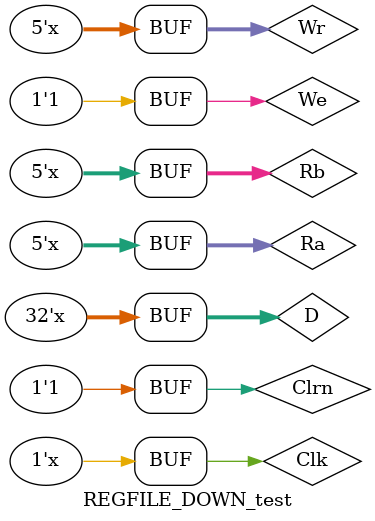
<source format=v>
`timescale 1ns / 1ps


module REGFILE_DOWN_test;
    reg [4:0]Ra,Rb,Wr;
    reg [31:0]D;
    reg We,Clk,Clrn;
    wire [31:0]Qa,Qb,Q31_reg32,Q30_reg32,Q29_reg32,Q28_reg32,Q27_reg32,Q26_reg32,Q25_reg32,Q24_reg32,Q23_reg32,
    Q22_reg32,Q21_reg32,Q20_reg32,Q19_reg32,Q18_reg32,Q17_reg32,Q16_reg32,Q15_reg32,Q14_reg32,Q13_reg32,Q12_reg32,
    Q11_reg32,Q10_reg32,Q9_reg32,Q8_reg32,Q7_reg32,Q6_reg32,Q5_reg32,Q4_reg32,Q3_reg32,Q2_reg32,Q1_reg32,Q0_reg32;
    REGFILE_DOWN u(Ra,Rb,D,Wr,We,Clk,Clrn,Qa,Qb,Q0_reg32,Q1_reg32,Q2_reg32,Q3_reg32,Q4_reg32,Q5_reg32,Q6_reg32,
    Q7_reg32,Q8_reg32,Q9_reg32,Q10_reg32,Q11_reg32,Q12_reg32,Q13_reg32,Q14_reg32,Q15_reg32,Q16_reg32,Q17_reg32,Q18_reg32,
    Q19_reg32,Q20_reg32,Q21_reg32,Q22_reg32,Q23_reg32,Q24_reg32,Q25_reg32,Q26_reg32,Q27_reg32,Q28_reg32,Q29_reg32,Q30_reg32,
    Q31_reg32);;
    initial begin
           Ra=1;
           Rb=1;
           Wr=1;
           D=0;
           We=1;
           Clk=0;
           Clrn=1;
        end
        always #50 Ra=Ra+1;
        always #50 Rb=Rb+1;
        always #50 Wr=Wr+1;
        always #0.02 D=D+1;
        always #0.19 Clk=~Clk;
endmodule

</source>
